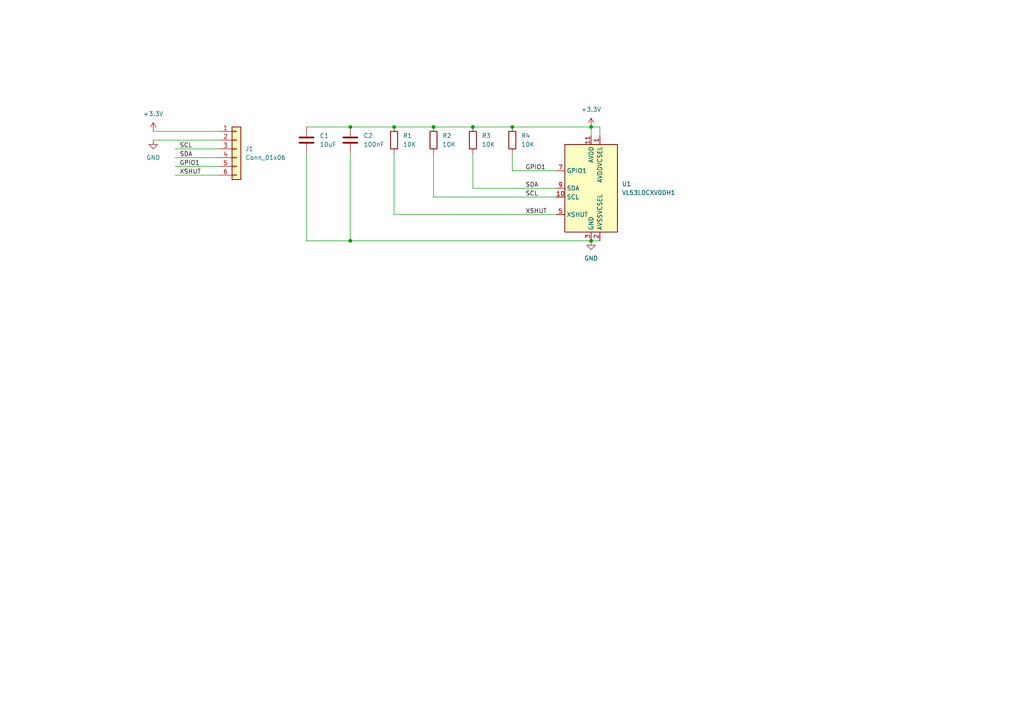
<source format=kicad_sch>
(kicad_sch
	(version 20250114)
	(generator "eeschema")
	(generator_version "9.0")
	(uuid "08785568-b23c-4989-b6ef-996c48757279")
	(paper "A4")
	(lib_symbols
		(symbol "Connector_Generic:Conn_01x06"
			(pin_names
				(offset 1.016)
				(hide yes)
			)
			(exclude_from_sim no)
			(in_bom yes)
			(on_board yes)
			(property "Reference" "J"
				(at 0 7.62 0)
				(effects
					(font
						(size 1.27 1.27)
					)
				)
			)
			(property "Value" "Conn_01x06"
				(at 0 -10.16 0)
				(effects
					(font
						(size 1.27 1.27)
					)
				)
			)
			(property "Footprint" ""
				(at 0 0 0)
				(effects
					(font
						(size 1.27 1.27)
					)
					(hide yes)
				)
			)
			(property "Datasheet" "~"
				(at 0 0 0)
				(effects
					(font
						(size 1.27 1.27)
					)
					(hide yes)
				)
			)
			(property "Description" "Generic connector, single row, 01x06, script generated (kicad-library-utils/schlib/autogen/connector/)"
				(at 0 0 0)
				(effects
					(font
						(size 1.27 1.27)
					)
					(hide yes)
				)
			)
			(property "ki_keywords" "connector"
				(at 0 0 0)
				(effects
					(font
						(size 1.27 1.27)
					)
					(hide yes)
				)
			)
			(property "ki_fp_filters" "Connector*:*_1x??_*"
				(at 0 0 0)
				(effects
					(font
						(size 1.27 1.27)
					)
					(hide yes)
				)
			)
			(symbol "Conn_01x06_1_1"
				(rectangle
					(start -1.27 6.35)
					(end 1.27 -8.89)
					(stroke
						(width 0.254)
						(type default)
					)
					(fill
						(type background)
					)
				)
				(rectangle
					(start -1.27 5.207)
					(end 0 4.953)
					(stroke
						(width 0.1524)
						(type default)
					)
					(fill
						(type none)
					)
				)
				(rectangle
					(start -1.27 2.667)
					(end 0 2.413)
					(stroke
						(width 0.1524)
						(type default)
					)
					(fill
						(type none)
					)
				)
				(rectangle
					(start -1.27 0.127)
					(end 0 -0.127)
					(stroke
						(width 0.1524)
						(type default)
					)
					(fill
						(type none)
					)
				)
				(rectangle
					(start -1.27 -2.413)
					(end 0 -2.667)
					(stroke
						(width 0.1524)
						(type default)
					)
					(fill
						(type none)
					)
				)
				(rectangle
					(start -1.27 -4.953)
					(end 0 -5.207)
					(stroke
						(width 0.1524)
						(type default)
					)
					(fill
						(type none)
					)
				)
				(rectangle
					(start -1.27 -7.493)
					(end 0 -7.747)
					(stroke
						(width 0.1524)
						(type default)
					)
					(fill
						(type none)
					)
				)
				(pin passive line
					(at -5.08 5.08 0)
					(length 3.81)
					(name "Pin_1"
						(effects
							(font
								(size 1.27 1.27)
							)
						)
					)
					(number "1"
						(effects
							(font
								(size 1.27 1.27)
							)
						)
					)
				)
				(pin passive line
					(at -5.08 2.54 0)
					(length 3.81)
					(name "Pin_2"
						(effects
							(font
								(size 1.27 1.27)
							)
						)
					)
					(number "2"
						(effects
							(font
								(size 1.27 1.27)
							)
						)
					)
				)
				(pin passive line
					(at -5.08 0 0)
					(length 3.81)
					(name "Pin_3"
						(effects
							(font
								(size 1.27 1.27)
							)
						)
					)
					(number "3"
						(effects
							(font
								(size 1.27 1.27)
							)
						)
					)
				)
				(pin passive line
					(at -5.08 -2.54 0)
					(length 3.81)
					(name "Pin_4"
						(effects
							(font
								(size 1.27 1.27)
							)
						)
					)
					(number "4"
						(effects
							(font
								(size 1.27 1.27)
							)
						)
					)
				)
				(pin passive line
					(at -5.08 -5.08 0)
					(length 3.81)
					(name "Pin_5"
						(effects
							(font
								(size 1.27 1.27)
							)
						)
					)
					(number "5"
						(effects
							(font
								(size 1.27 1.27)
							)
						)
					)
				)
				(pin passive line
					(at -5.08 -7.62 0)
					(length 3.81)
					(name "Pin_6"
						(effects
							(font
								(size 1.27 1.27)
							)
						)
					)
					(number "6"
						(effects
							(font
								(size 1.27 1.27)
							)
						)
					)
				)
			)
			(embedded_fonts no)
		)
		(symbol "PCM_Capacitor_AKL:C_1206"
			(pin_numbers
				(hide yes)
			)
			(pin_names
				(offset 0.254)
			)
			(exclude_from_sim no)
			(in_bom yes)
			(on_board yes)
			(property "Reference" "C"
				(at 0.635 2.54 0)
				(effects
					(font
						(size 1.27 1.27)
					)
					(justify left)
				)
			)
			(property "Value" "C_1206"
				(at 0.635 -2.54 0)
				(effects
					(font
						(size 1.27 1.27)
					)
					(justify left)
				)
			)
			(property "Footprint" "PCM_Capacitor_SMD_AKL:C_1206_3216Metric"
				(at 0.9652 -3.81 0)
				(effects
					(font
						(size 1.27 1.27)
					)
					(hide yes)
				)
			)
			(property "Datasheet" "~"
				(at 0 0 0)
				(effects
					(font
						(size 1.27 1.27)
					)
					(hide yes)
				)
			)
			(property "Description" "SMD 1206 MLCC capacitor, Alternate KiCad Library"
				(at 0 0 0)
				(effects
					(font
						(size 1.27 1.27)
					)
					(hide yes)
				)
			)
			(property "ki_keywords" "cap capacitor ceramic chip mlcc smd 1206"
				(at 0 0 0)
				(effects
					(font
						(size 1.27 1.27)
					)
					(hide yes)
				)
			)
			(property "ki_fp_filters" "C_*"
				(at 0 0 0)
				(effects
					(font
						(size 1.27 1.27)
					)
					(hide yes)
				)
			)
			(symbol "C_1206_0_1"
				(polyline
					(pts
						(xy -2.032 0.762) (xy 2.032 0.762)
					)
					(stroke
						(width 0.508)
						(type default)
					)
					(fill
						(type none)
					)
				)
				(polyline
					(pts
						(xy -2.032 -0.762) (xy 2.032 -0.762)
					)
					(stroke
						(width 0.508)
						(type default)
					)
					(fill
						(type none)
					)
				)
			)
			(symbol "C_1206_0_2"
				(polyline
					(pts
						(xy -2.54 -2.54) (xy -0.381 -0.381)
					)
					(stroke
						(width 0)
						(type default)
					)
					(fill
						(type none)
					)
				)
				(polyline
					(pts
						(xy -0.508 -0.508) (xy -1.651 0.635)
					)
					(stroke
						(width 0.508)
						(type default)
					)
					(fill
						(type none)
					)
				)
				(polyline
					(pts
						(xy -0.508 -0.508) (xy 0.635 -1.651)
					)
					(stroke
						(width 0.508)
						(type default)
					)
					(fill
						(type none)
					)
				)
				(polyline
					(pts
						(xy 0.381 0.381) (xy 2.54 2.54)
					)
					(stroke
						(width 0)
						(type default)
					)
					(fill
						(type none)
					)
				)
				(polyline
					(pts
						(xy 0.508 0.508) (xy -0.635 1.651)
					)
					(stroke
						(width 0.508)
						(type default)
					)
					(fill
						(type none)
					)
				)
				(polyline
					(pts
						(xy 0.508 0.508) (xy 1.651 -0.635)
					)
					(stroke
						(width 0.508)
						(type default)
					)
					(fill
						(type none)
					)
				)
			)
			(symbol "C_1206_1_1"
				(pin passive line
					(at 0 3.81 270)
					(length 2.794)
					(name "~"
						(effects
							(font
								(size 1.27 1.27)
							)
						)
					)
					(number "1"
						(effects
							(font
								(size 1.27 1.27)
							)
						)
					)
				)
				(pin passive line
					(at 0 -3.81 90)
					(length 2.794)
					(name "~"
						(effects
							(font
								(size 1.27 1.27)
							)
						)
					)
					(number "2"
						(effects
							(font
								(size 1.27 1.27)
							)
						)
					)
				)
			)
			(symbol "C_1206_1_2"
				(pin passive line
					(at -2.54 -2.54 90)
					(length 0)
					(name "~"
						(effects
							(font
								(size 1.27 1.27)
							)
						)
					)
					(number "2"
						(effects
							(font
								(size 1.27 1.27)
							)
						)
					)
				)
				(pin passive line
					(at 2.54 2.54 270)
					(length 0)
					(name "~"
						(effects
							(font
								(size 1.27 1.27)
							)
						)
					)
					(number "1"
						(effects
							(font
								(size 1.27 1.27)
							)
						)
					)
				)
			)
			(embedded_fonts no)
		)
		(symbol "PCM_Resistor_AKL:R_1206"
			(pin_numbers
				(hide yes)
			)
			(pin_names
				(offset 0)
			)
			(exclude_from_sim no)
			(in_bom yes)
			(on_board yes)
			(property "Reference" "R"
				(at 2.54 1.27 0)
				(effects
					(font
						(size 1.27 1.27)
					)
					(justify left)
				)
			)
			(property "Value" "R_1206"
				(at 2.54 -1.27 0)
				(effects
					(font
						(size 1.27 1.27)
					)
					(justify left)
				)
			)
			(property "Footprint" "PCM_Resistor_SMD_AKL:R_1206_3216Metric"
				(at 0 -11.43 0)
				(effects
					(font
						(size 1.27 1.27)
					)
					(hide yes)
				)
			)
			(property "Datasheet" "~"
				(at 0 0 0)
				(effects
					(font
						(size 1.27 1.27)
					)
					(hide yes)
				)
			)
			(property "Description" "SMD 1206 Chip Resistor, European Symbol, Alternate KiCad Library"
				(at 0 0 0)
				(effects
					(font
						(size 1.27 1.27)
					)
					(hide yes)
				)
			)
			(property "ki_keywords" "R res resistor eu  smd 1206"
				(at 0 0 0)
				(effects
					(font
						(size 1.27 1.27)
					)
					(hide yes)
				)
			)
			(property "ki_fp_filters" "R_*"
				(at 0 0 0)
				(effects
					(font
						(size 1.27 1.27)
					)
					(hide yes)
				)
			)
			(symbol "R_1206_0_1"
				(rectangle
					(start -1.016 2.54)
					(end 1.016 -2.54)
					(stroke
						(width 0.254)
						(type default)
					)
					(fill
						(type none)
					)
				)
			)
			(symbol "R_1206_0_2"
				(polyline
					(pts
						(xy -2.54 -2.54) (xy -1.524 -1.524)
					)
					(stroke
						(width 0)
						(type default)
					)
					(fill
						(type none)
					)
				)
				(polyline
					(pts
						(xy 1.524 1.524) (xy 2.54 2.54)
					)
					(stroke
						(width 0)
						(type default)
					)
					(fill
						(type none)
					)
				)
				(polyline
					(pts
						(xy 1.524 1.524) (xy 0.889 2.159) (xy -2.159 -0.889) (xy -0.889 -2.159) (xy 2.159 0.889) (xy 1.524 1.524)
					)
					(stroke
						(width 0.254)
						(type default)
					)
					(fill
						(type none)
					)
				)
			)
			(symbol "R_1206_1_1"
				(pin passive line
					(at 0 3.81 270)
					(length 1.27)
					(name "~"
						(effects
							(font
								(size 1.27 1.27)
							)
						)
					)
					(number "1"
						(effects
							(font
								(size 1.27 1.27)
							)
						)
					)
				)
				(pin passive line
					(at 0 -3.81 90)
					(length 1.27)
					(name "~"
						(effects
							(font
								(size 1.27 1.27)
							)
						)
					)
					(number "2"
						(effects
							(font
								(size 1.27 1.27)
							)
						)
					)
				)
			)
			(symbol "R_1206_1_2"
				(pin passive line
					(at -2.54 -2.54 0)
					(length 0)
					(name ""
						(effects
							(font
								(size 1.27 1.27)
							)
						)
					)
					(number "2"
						(effects
							(font
								(size 1.27 1.27)
							)
						)
					)
				)
				(pin passive line
					(at 2.54 2.54 180)
					(length 0)
					(name ""
						(effects
							(font
								(size 1.27 1.27)
							)
						)
					)
					(number "1"
						(effects
							(font
								(size 1.27 1.27)
							)
						)
					)
				)
			)
			(embedded_fonts no)
		)
		(symbol "Sensor_Distance:VL53L0CXV0DH1"
			(exclude_from_sim no)
			(in_bom yes)
			(on_board yes)
			(property "Reference" "U"
				(at -6.35 13.97 0)
				(effects
					(font
						(size 1.27 1.27)
					)
				)
			)
			(property "Value" "VL53L0CXV0DH1"
				(at 12.065 13.97 0)
				(effects
					(font
						(size 1.27 1.27)
					)
				)
			)
			(property "Footprint" "Sensor_Distance:ST_VL53L1x"
				(at 17.145 -13.97 0)
				(effects
					(font
						(size 1.27 1.27)
					)
					(hide yes)
				)
			)
			(property "Datasheet" "https://www.st.com/resource/en/datasheet/vl53l0x.pdf"
				(at 2.54 0 0)
				(effects
					(font
						(size 1.27 1.27)
					)
					(hide yes)
				)
			)
			(property "Description" "2m distance ranging ToF sensor, Optical LGA12"
				(at 0 0 0)
				(effects
					(font
						(size 1.27 1.27)
					)
					(hide yes)
				)
			)
			(property "ki_keywords" "VL53L0x ToF"
				(at 0 0 0)
				(effects
					(font
						(size 1.27 1.27)
					)
					(hide yes)
				)
			)
			(property "ki_fp_filters" "ST*VL53L1x*"
				(at 0 0 0)
				(effects
					(font
						(size 1.27 1.27)
					)
					(hide yes)
				)
			)
			(symbol "VL53L0CXV0DH1_0_1"
				(rectangle
					(start -7.62 12.7)
					(end 7.62 -12.7)
					(stroke
						(width 0.254)
						(type default)
					)
					(fill
						(type background)
					)
				)
			)
			(symbol "VL53L0CXV0DH1_1_1"
				(pin open_collector line
					(at -10.16 5.08 0)
					(length 2.54)
					(name "GPIO1"
						(effects
							(font
								(size 1.27 1.27)
							)
						)
					)
					(number "7"
						(effects
							(font
								(size 1.27 1.27)
							)
						)
					)
				)
				(pin bidirectional line
					(at -10.16 0 0)
					(length 2.54)
					(name "SDA"
						(effects
							(font
								(size 1.27 1.27)
							)
						)
					)
					(number "9"
						(effects
							(font
								(size 1.27 1.27)
							)
						)
					)
				)
				(pin input line
					(at -10.16 -2.54 0)
					(length 2.54)
					(name "SCL"
						(effects
							(font
								(size 1.27 1.27)
							)
						)
					)
					(number "10"
						(effects
							(font
								(size 1.27 1.27)
							)
						)
					)
				)
				(pin input line
					(at -10.16 -7.62 0)
					(length 2.54)
					(name "XSHUT"
						(effects
							(font
								(size 1.27 1.27)
							)
						)
					)
					(number "5"
						(effects
							(font
								(size 1.27 1.27)
							)
						)
					)
				)
				(pin no_connect line
					(at -7.62 7.62 0)
					(length 2.54)
					(hide yes)
					(name "DNC"
						(effects
							(font
								(size 1.27 1.27)
							)
						)
					)
					(number "8"
						(effects
							(font
								(size 1.27 1.27)
							)
						)
					)
				)
				(pin power_in line
					(at 0 15.24 270)
					(length 2.54)
					(name "AVDD"
						(effects
							(font
								(size 1.27 1.27)
							)
						)
					)
					(number "11"
						(effects
							(font
								(size 1.27 1.27)
							)
						)
					)
				)
				(pin passive line
					(at 0 -15.24 90)
					(length 2.54)
					(hide yes)
					(name "GND"
						(effects
							(font
								(size 1.27 1.27)
							)
						)
					)
					(number "12"
						(effects
							(font
								(size 1.27 1.27)
							)
						)
					)
				)
				(pin power_in line
					(at 0 -15.24 90)
					(length 2.54)
					(name "GND"
						(effects
							(font
								(size 1.27 1.27)
							)
						)
					)
					(number "3"
						(effects
							(font
								(size 1.27 1.27)
							)
						)
					)
				)
				(pin passive line
					(at 0 -15.24 90)
					(length 2.54)
					(hide yes)
					(name "GND"
						(effects
							(font
								(size 1.27 1.27)
							)
						)
					)
					(number "4"
						(effects
							(font
								(size 1.27 1.27)
							)
						)
					)
				)
				(pin passive line
					(at 0 -15.24 90)
					(length 2.54)
					(hide yes)
					(name "GND"
						(effects
							(font
								(size 1.27 1.27)
							)
						)
					)
					(number "6"
						(effects
							(font
								(size 1.27 1.27)
							)
						)
					)
				)
				(pin power_in line
					(at 2.54 15.24 270)
					(length 2.54)
					(name "AVDDVCSEL"
						(effects
							(font
								(size 1.27 1.27)
							)
						)
					)
					(number "1"
						(effects
							(font
								(size 1.27 1.27)
							)
						)
					)
				)
				(pin power_in line
					(at 2.54 -15.24 90)
					(length 2.54)
					(name "AVSSVCSEL"
						(effects
							(font
								(size 1.27 1.27)
							)
						)
					)
					(number "2"
						(effects
							(font
								(size 1.27 1.27)
							)
						)
					)
				)
			)
			(embedded_fonts no)
		)
		(symbol "power:+3.3V"
			(power)
			(pin_numbers
				(hide yes)
			)
			(pin_names
				(offset 0)
				(hide yes)
			)
			(exclude_from_sim no)
			(in_bom yes)
			(on_board yes)
			(property "Reference" "#PWR"
				(at 0 -3.81 0)
				(effects
					(font
						(size 1.27 1.27)
					)
					(hide yes)
				)
			)
			(property "Value" "+3.3V"
				(at 0 3.556 0)
				(effects
					(font
						(size 1.27 1.27)
					)
				)
			)
			(property "Footprint" ""
				(at 0 0 0)
				(effects
					(font
						(size 1.27 1.27)
					)
					(hide yes)
				)
			)
			(property "Datasheet" ""
				(at 0 0 0)
				(effects
					(font
						(size 1.27 1.27)
					)
					(hide yes)
				)
			)
			(property "Description" "Power symbol creates a global label with name \"+3.3V\""
				(at 0 0 0)
				(effects
					(font
						(size 1.27 1.27)
					)
					(hide yes)
				)
			)
			(property "ki_keywords" "global power"
				(at 0 0 0)
				(effects
					(font
						(size 1.27 1.27)
					)
					(hide yes)
				)
			)
			(symbol "+3.3V_0_1"
				(polyline
					(pts
						(xy -0.762 1.27) (xy 0 2.54)
					)
					(stroke
						(width 0)
						(type default)
					)
					(fill
						(type none)
					)
				)
				(polyline
					(pts
						(xy 0 2.54) (xy 0.762 1.27)
					)
					(stroke
						(width 0)
						(type default)
					)
					(fill
						(type none)
					)
				)
				(polyline
					(pts
						(xy 0 0) (xy 0 2.54)
					)
					(stroke
						(width 0)
						(type default)
					)
					(fill
						(type none)
					)
				)
			)
			(symbol "+3.3V_1_1"
				(pin power_in line
					(at 0 0 90)
					(length 0)
					(name "~"
						(effects
							(font
								(size 1.27 1.27)
							)
						)
					)
					(number "1"
						(effects
							(font
								(size 1.27 1.27)
							)
						)
					)
				)
			)
			(embedded_fonts no)
		)
		(symbol "power:GND"
			(power)
			(pin_numbers
				(hide yes)
			)
			(pin_names
				(offset 0)
				(hide yes)
			)
			(exclude_from_sim no)
			(in_bom yes)
			(on_board yes)
			(property "Reference" "#PWR"
				(at 0 -6.35 0)
				(effects
					(font
						(size 1.27 1.27)
					)
					(hide yes)
				)
			)
			(property "Value" "GND"
				(at 0 -3.81 0)
				(effects
					(font
						(size 1.27 1.27)
					)
				)
			)
			(property "Footprint" ""
				(at 0 0 0)
				(effects
					(font
						(size 1.27 1.27)
					)
					(hide yes)
				)
			)
			(property "Datasheet" ""
				(at 0 0 0)
				(effects
					(font
						(size 1.27 1.27)
					)
					(hide yes)
				)
			)
			(property "Description" "Power symbol creates a global label with name \"GND\" , ground"
				(at 0 0 0)
				(effects
					(font
						(size 1.27 1.27)
					)
					(hide yes)
				)
			)
			(property "ki_keywords" "global power"
				(at 0 0 0)
				(effects
					(font
						(size 1.27 1.27)
					)
					(hide yes)
				)
			)
			(symbol "GND_0_1"
				(polyline
					(pts
						(xy 0 0) (xy 0 -1.27) (xy 1.27 -1.27) (xy 0 -2.54) (xy -1.27 -1.27) (xy 0 -1.27)
					)
					(stroke
						(width 0)
						(type default)
					)
					(fill
						(type none)
					)
				)
			)
			(symbol "GND_1_1"
				(pin power_in line
					(at 0 0 270)
					(length 0)
					(name "~"
						(effects
							(font
								(size 1.27 1.27)
							)
						)
					)
					(number "1"
						(effects
							(font
								(size 1.27 1.27)
							)
						)
					)
				)
			)
			(embedded_fonts no)
		)
	)
	(junction
		(at 137.16 36.83)
		(diameter 0)
		(color 0 0 0 0)
		(uuid "2040c1ab-1156-43e3-baab-cbb44ae42927")
	)
	(junction
		(at 125.73 36.83)
		(diameter 0)
		(color 0 0 0 0)
		(uuid "4672c0c3-b3ab-4cd4-8c38-b5cfeed899e1")
	)
	(junction
		(at 171.45 36.83)
		(diameter 0)
		(color 0 0 0 0)
		(uuid "516b16c5-a6e8-4339-9fc0-99077fe9c6ad")
	)
	(junction
		(at 101.6 36.83)
		(diameter 0)
		(color 0 0 0 0)
		(uuid "5babfcf0-b8eb-487d-b4a3-d680c963f76a")
	)
	(junction
		(at 171.45 69.85)
		(diameter 0)
		(color 0 0 0 0)
		(uuid "603838fd-39e6-49bf-a136-6470e9ca373f")
	)
	(junction
		(at 114.3 36.83)
		(diameter 0)
		(color 0 0 0 0)
		(uuid "8b2aad89-4e79-4bb5-b06e-95099402470c")
	)
	(junction
		(at 148.59 36.83)
		(diameter 0)
		(color 0 0 0 0)
		(uuid "c878922f-c38b-4bac-991d-d01b9d938257")
	)
	(junction
		(at 101.6 69.85)
		(diameter 0)
		(color 0 0 0 0)
		(uuid "ee0b1603-e554-40ab-a402-cddb9fc1e44c")
	)
	(wire
		(pts
			(xy 125.73 57.15) (xy 125.73 44.45)
		)
		(stroke
			(width 0)
			(type default)
		)
		(uuid "06ed6d9c-61c7-4ea1-8dfa-57573a19a6a3")
	)
	(wire
		(pts
			(xy 148.59 49.53) (xy 161.29 49.53)
		)
		(stroke
			(width 0)
			(type default)
		)
		(uuid "0fc4f6ff-cbbb-4cda-8888-6c8ba39918d4")
	)
	(wire
		(pts
			(xy 173.99 36.83) (xy 173.99 39.37)
		)
		(stroke
			(width 0)
			(type default)
		)
		(uuid "17ee9dce-11c8-4939-800f-993dd5a6fc23")
	)
	(wire
		(pts
			(xy 125.73 36.83) (xy 137.16 36.83)
		)
		(stroke
			(width 0)
			(type default)
		)
		(uuid "1a592d14-03b4-471e-8f05-199fe12850be")
	)
	(wire
		(pts
			(xy 137.16 36.83) (xy 148.59 36.83)
		)
		(stroke
			(width 0)
			(type default)
		)
		(uuid "1baa1ae9-72bb-4758-a472-36f271d5e953")
	)
	(wire
		(pts
			(xy 50.8 45.72) (xy 63.5 45.72)
		)
		(stroke
			(width 0)
			(type default)
		)
		(uuid "1cea213a-394a-435f-a90d-7c8c80d6a4e8")
	)
	(wire
		(pts
			(xy 88.9 44.45) (xy 88.9 69.85)
		)
		(stroke
			(width 0)
			(type default)
		)
		(uuid "28972103-fd9c-4cbd-bee8-9f560895cf84")
	)
	(wire
		(pts
			(xy 171.45 69.85) (xy 173.99 69.85)
		)
		(stroke
			(width 0)
			(type default)
		)
		(uuid "29ce03c1-d050-4a55-8fdb-479b59cdb409")
	)
	(wire
		(pts
			(xy 44.45 38.1) (xy 63.5 38.1)
		)
		(stroke
			(width 0)
			(type default)
		)
		(uuid "2e2963ca-b8ac-4c70-aefa-fb493d95ce9b")
	)
	(wire
		(pts
			(xy 161.29 57.15) (xy 125.73 57.15)
		)
		(stroke
			(width 0)
			(type default)
		)
		(uuid "353f48e2-7e11-4443-8603-4f16a22b72a0")
	)
	(wire
		(pts
			(xy 148.59 44.45) (xy 148.59 49.53)
		)
		(stroke
			(width 0)
			(type default)
		)
		(uuid "3542037e-94da-433d-b558-d428bb8e9d77")
	)
	(wire
		(pts
			(xy 114.3 36.83) (xy 125.73 36.83)
		)
		(stroke
			(width 0)
			(type default)
		)
		(uuid "3b6c9c94-4600-4627-afeb-8fa6d06ac3c5")
	)
	(wire
		(pts
			(xy 88.9 69.85) (xy 101.6 69.85)
		)
		(stroke
			(width 0)
			(type default)
		)
		(uuid "52ddd0f3-b517-48a0-821c-1aac2ff64f18")
	)
	(wire
		(pts
			(xy 171.45 36.83) (xy 171.45 39.37)
		)
		(stroke
			(width 0)
			(type default)
		)
		(uuid "5e3588fc-2c61-4c2c-ae51-791731e4ba79")
	)
	(wire
		(pts
			(xy 101.6 69.85) (xy 171.45 69.85)
		)
		(stroke
			(width 0)
			(type default)
		)
		(uuid "65a6b3dd-d13d-47e9-9bbc-38c6b9924e60")
	)
	(wire
		(pts
			(xy 114.3 62.23) (xy 114.3 44.45)
		)
		(stroke
			(width 0)
			(type default)
		)
		(uuid "66b8dfdd-42e3-46b6-bea3-b8576c2f208f")
	)
	(wire
		(pts
			(xy 88.9 36.83) (xy 101.6 36.83)
		)
		(stroke
			(width 0)
			(type default)
		)
		(uuid "6791e66c-3036-43bc-9409-b67dec6473f9")
	)
	(wire
		(pts
			(xy 137.16 54.61) (xy 137.16 44.45)
		)
		(stroke
			(width 0)
			(type default)
		)
		(uuid "79f5be2f-8ece-4fb7-971b-8e22877134f3")
	)
	(wire
		(pts
			(xy 50.8 48.26) (xy 63.5 48.26)
		)
		(stroke
			(width 0)
			(type default)
		)
		(uuid "80d10d10-5936-495b-b3de-d5c3579d505b")
	)
	(wire
		(pts
			(xy 44.45 40.64) (xy 63.5 40.64)
		)
		(stroke
			(width 0)
			(type default)
		)
		(uuid "9afef15b-6d8b-48c3-a8f0-3e853c4bd2ae")
	)
	(wire
		(pts
			(xy 50.8 43.18) (xy 63.5 43.18)
		)
		(stroke
			(width 0)
			(type default)
		)
		(uuid "a6b67cc1-c2e1-432e-8aa0-3a22febad1fd")
	)
	(wire
		(pts
			(xy 50.8 50.8) (xy 63.5 50.8)
		)
		(stroke
			(width 0)
			(type default)
		)
		(uuid "b3029a09-4b8d-4004-b93a-ad67a92bf88f")
	)
	(wire
		(pts
			(xy 114.3 62.23) (xy 161.29 62.23)
		)
		(stroke
			(width 0)
			(type default)
		)
		(uuid "b7f924a2-8456-4b1e-9e3c-cff14bae0f2e")
	)
	(wire
		(pts
			(xy 148.59 36.83) (xy 171.45 36.83)
		)
		(stroke
			(width 0)
			(type default)
		)
		(uuid "c57e2218-bcef-4871-b37c-2a288210cd6e")
	)
	(wire
		(pts
			(xy 101.6 36.83) (xy 114.3 36.83)
		)
		(stroke
			(width 0)
			(type default)
		)
		(uuid "d2367aeb-4f9b-43ac-96d4-02851edc805d")
	)
	(wire
		(pts
			(xy 161.29 54.61) (xy 137.16 54.61)
		)
		(stroke
			(width 0)
			(type default)
		)
		(uuid "d9451bb0-0405-43e8-bd7f-6fc599540da8")
	)
	(wire
		(pts
			(xy 101.6 44.45) (xy 101.6 69.85)
		)
		(stroke
			(width 0)
			(type default)
		)
		(uuid "e7c266e5-2a1c-4fad-b776-46702b025df7")
	)
	(wire
		(pts
			(xy 171.45 36.83) (xy 173.99 36.83)
		)
		(stroke
			(width 0)
			(type default)
		)
		(uuid "fcd8a5be-64ca-4e40-a491-95ec9a753345")
	)
	(label "SDA"
		(at 52.07 45.72 0)
		(effects
			(font
				(size 1.27 1.27)
			)
			(justify left bottom)
		)
		(uuid "59189c2d-02d1-48ac-8b47-8db22c6359a9")
	)
	(label "XSHUT"
		(at 152.4 62.23 0)
		(effects
			(font
				(size 1.27 1.27)
			)
			(justify left bottom)
		)
		(uuid "79a6fc2a-83f9-45a8-bb08-946bec06e648")
	)
	(label "SDA"
		(at 152.4 54.61 0)
		(effects
			(font
				(size 1.27 1.27)
			)
			(justify left bottom)
		)
		(uuid "865e76ca-b9ed-45ba-a163-6c2ce69ec913")
	)
	(label "GPIO1"
		(at 152.4 49.53 0)
		(effects
			(font
				(size 1.27 1.27)
			)
			(justify left bottom)
		)
		(uuid "a1f93db1-2de7-4a39-af73-990f61342ff9")
	)
	(label "SCL"
		(at 52.07 43.18 0)
		(effects
			(font
				(size 1.27 1.27)
			)
			(justify left bottom)
		)
		(uuid "b55d4f7c-7b5f-4dd6-8955-a461efffd30e")
	)
	(label "XSHUT"
		(at 52.07 50.8 0)
		(effects
			(font
				(size 1.27 1.27)
			)
			(justify left bottom)
		)
		(uuid "c2003c37-e521-4620-b6c4-cfea4e4f9415")
	)
	(label "SCL"
		(at 152.4 57.15 0)
		(effects
			(font
				(size 1.27 1.27)
			)
			(justify left bottom)
		)
		(uuid "cb53e547-cdeb-4b61-b080-cd75441c74b0")
	)
	(label "GPIO1"
		(at 52.07 48.26 0)
		(effects
			(font
				(size 1.27 1.27)
			)
			(justify left bottom)
		)
		(uuid "d067cd0b-4bdf-4e8d-bdea-ce57bd7f5813")
	)
	(symbol
		(lib_id "PCM_Resistor_AKL:R_1206")
		(at 125.73 40.64 0)
		(unit 1)
		(exclude_from_sim no)
		(in_bom yes)
		(on_board yes)
		(dnp no)
		(fields_autoplaced yes)
		(uuid "146eaa51-4b72-485e-b270-5c7ec7c87ac4")
		(property "Reference" "R2"
			(at 128.27 39.3699 0)
			(effects
				(font
					(size 1.27 1.27)
				)
				(justify left)
			)
		)
		(property "Value" "10K"
			(at 128.27 41.9099 0)
			(effects
				(font
					(size 1.27 1.27)
				)
				(justify left)
			)
		)
		(property "Footprint" "PCM_Resistor_SMD_AKL:R_1206_3216Metric"
			(at 125.73 52.07 0)
			(effects
				(font
					(size 1.27 1.27)
				)
				(hide yes)
			)
		)
		(property "Datasheet" "~"
			(at 125.73 40.64 0)
			(effects
				(font
					(size 1.27 1.27)
				)
				(hide yes)
			)
		)
		(property "Description" "SMD 1206 Chip Resistor, European Symbol, Alternate KiCad Library"
			(at 125.73 40.64 0)
			(effects
				(font
					(size 1.27 1.27)
				)
				(hide yes)
			)
		)
		(pin "1"
			(uuid "8c677abd-8f6a-4a78-a228-4bb11c4736e0")
		)
		(pin "2"
			(uuid "bb9dbe52-6ccc-4eb0-b614-ec9c06f5dbc5")
		)
		(instances
			(project "VL53L0X"
				(path "/08785568-b23c-4989-b6ef-996c48757279"
					(reference "R2")
					(unit 1)
				)
			)
		)
	)
	(symbol
		(lib_id "PCM_Capacitor_AKL:C_1206")
		(at 101.6 40.64 0)
		(unit 1)
		(exclude_from_sim no)
		(in_bom yes)
		(on_board yes)
		(dnp no)
		(fields_autoplaced yes)
		(uuid "1c21adae-e023-4473-8583-8019e88d8be1")
		(property "Reference" "C2"
			(at 105.41 39.3699 0)
			(effects
				(font
					(size 1.27 1.27)
				)
				(justify left)
			)
		)
		(property "Value" "100nF"
			(at 105.41 41.9099 0)
			(effects
				(font
					(size 1.27 1.27)
				)
				(justify left)
			)
		)
		(property "Footprint" "PCM_Capacitor_SMD_AKL:C_1206_3216Metric"
			(at 102.5652 44.45 0)
			(effects
				(font
					(size 1.27 1.27)
				)
				(hide yes)
			)
		)
		(property "Datasheet" "~"
			(at 101.6 40.64 0)
			(effects
				(font
					(size 1.27 1.27)
				)
				(hide yes)
			)
		)
		(property "Description" "SMD 1206 MLCC capacitor, Alternate KiCad Library"
			(at 101.6 40.64 0)
			(effects
				(font
					(size 1.27 1.27)
				)
				(hide yes)
			)
		)
		(pin "1"
			(uuid "d913c41a-a156-4469-8882-2ff1cba19f1d")
		)
		(pin "2"
			(uuid "f8b21fae-9108-42ca-bf25-be5363b5e766")
		)
		(instances
			(project ""
				(path "/08785568-b23c-4989-b6ef-996c48757279"
					(reference "C2")
					(unit 1)
				)
			)
		)
	)
	(symbol
		(lib_id "Sensor_Distance:VL53L0CXV0DH1")
		(at 171.45 54.61 0)
		(unit 1)
		(exclude_from_sim no)
		(in_bom yes)
		(on_board yes)
		(dnp no)
		(fields_autoplaced yes)
		(uuid "3125a949-a81e-4942-a786-713f834a8414")
		(property "Reference" "U1"
			(at 180.34 53.3399 0)
			(effects
				(font
					(size 1.27 1.27)
				)
				(justify left)
			)
		)
		(property "Value" "VL53L0CXV0DH1"
			(at 180.34 55.8799 0)
			(effects
				(font
					(size 1.27 1.27)
				)
				(justify left)
			)
		)
		(property "Footprint" "Library:ST_VL53L1x"
			(at 188.595 68.58 0)
			(effects
				(font
					(size 1.27 1.27)
				)
				(hide yes)
			)
		)
		(property "Datasheet" "https://www.st.com/resource/en/datasheet/vl53l0x.pdf"
			(at 173.99 54.61 0)
			(effects
				(font
					(size 1.27 1.27)
				)
				(hide yes)
			)
		)
		(property "Description" "2m distance ranging ToF sensor, Optical LGA12"
			(at 171.45 54.61 0)
			(effects
				(font
					(size 1.27 1.27)
				)
				(hide yes)
			)
		)
		(pin "10"
			(uuid "42134276-c072-41da-8564-3fd7b803b6ba")
		)
		(pin "7"
			(uuid "9b7d12e1-b389-4bff-a6a3-91652e8768b4")
		)
		(pin "9"
			(uuid "3b62e56e-37bb-4f8f-855f-7aa78385022c")
		)
		(pin "11"
			(uuid "6ade8333-867c-4192-a369-e3812a91bbcb")
		)
		(pin "1"
			(uuid "153e7601-9d84-45b1-a9cf-da29d6736daf")
		)
		(pin "2"
			(uuid "8dd92acd-a643-41e8-af91-43a9a29db6b9")
		)
		(pin "12"
			(uuid "de012ea4-223d-4a12-a273-37ef3561dd0b")
		)
		(pin "8"
			(uuid "95cccc0f-61f1-4d9d-acc5-b44aec7171b2")
		)
		(pin "3"
			(uuid "a768810a-12d8-41b4-8e6d-2fd41f7c6741")
		)
		(pin "4"
			(uuid "2a07dda4-ba81-4cd8-934a-fa3437815934")
		)
		(pin "5"
			(uuid "8b0bd62f-12fc-49cb-aaa7-7c9d9f0105c6")
		)
		(pin "6"
			(uuid "f85bf083-332b-40ca-81a0-70cabedaac38")
		)
		(instances
			(project ""
				(path "/08785568-b23c-4989-b6ef-996c48757279"
					(reference "U1")
					(unit 1)
				)
			)
		)
	)
	(symbol
		(lib_id "power:GND")
		(at 171.45 69.85 0)
		(unit 1)
		(exclude_from_sim no)
		(in_bom yes)
		(on_board yes)
		(dnp no)
		(fields_autoplaced yes)
		(uuid "3bca5e6b-abad-4673-8f59-fd3985d7f54e")
		(property "Reference" "#PWR04"
			(at 171.45 76.2 0)
			(effects
				(font
					(size 1.27 1.27)
				)
				(hide yes)
			)
		)
		(property "Value" "GND"
			(at 171.45 74.93 0)
			(effects
				(font
					(size 1.27 1.27)
				)
			)
		)
		(property "Footprint" ""
			(at 171.45 69.85 0)
			(effects
				(font
					(size 1.27 1.27)
				)
				(hide yes)
			)
		)
		(property "Datasheet" ""
			(at 171.45 69.85 0)
			(effects
				(font
					(size 1.27 1.27)
				)
				(hide yes)
			)
		)
		(property "Description" "Power symbol creates a global label with name \"GND\" , ground"
			(at 171.45 69.85 0)
			(effects
				(font
					(size 1.27 1.27)
				)
				(hide yes)
			)
		)
		(pin "1"
			(uuid "41209b72-6042-44c4-be90-017169443d64")
		)
		(instances
			(project "VL53L0X"
				(path "/08785568-b23c-4989-b6ef-996c48757279"
					(reference "#PWR04")
					(unit 1)
				)
			)
		)
	)
	(symbol
		(lib_id "power:+3.3V")
		(at 44.45 38.1 0)
		(unit 1)
		(exclude_from_sim no)
		(in_bom yes)
		(on_board yes)
		(dnp no)
		(fields_autoplaced yes)
		(uuid "50f0e974-aebf-42f0-b56a-0dc7b81e081c")
		(property "Reference" "#PWR01"
			(at 44.45 41.91 0)
			(effects
				(font
					(size 1.27 1.27)
				)
				(hide yes)
			)
		)
		(property "Value" "+3.3V"
			(at 44.45 33.02 0)
			(effects
				(font
					(size 1.27 1.27)
				)
			)
		)
		(property "Footprint" ""
			(at 44.45 38.1 0)
			(effects
				(font
					(size 1.27 1.27)
				)
				(hide yes)
			)
		)
		(property "Datasheet" ""
			(at 44.45 38.1 0)
			(effects
				(font
					(size 1.27 1.27)
				)
				(hide yes)
			)
		)
		(property "Description" "Power symbol creates a global label with name \"+3.3V\""
			(at 44.45 38.1 0)
			(effects
				(font
					(size 1.27 1.27)
				)
				(hide yes)
			)
		)
		(pin "1"
			(uuid "f71482af-ba00-443a-8322-a4c537772e3d")
		)
		(instances
			(project ""
				(path "/08785568-b23c-4989-b6ef-996c48757279"
					(reference "#PWR01")
					(unit 1)
				)
			)
		)
	)
	(symbol
		(lib_id "PCM_Resistor_AKL:R_1206")
		(at 148.59 40.64 0)
		(unit 1)
		(exclude_from_sim no)
		(in_bom yes)
		(on_board yes)
		(dnp no)
		(fields_autoplaced yes)
		(uuid "60eb70a7-65ed-489b-9d57-06c00e98b97d")
		(property "Reference" "R4"
			(at 151.13 39.3699 0)
			(effects
				(font
					(size 1.27 1.27)
				)
				(justify left)
			)
		)
		(property "Value" "10K"
			(at 151.13 41.9099 0)
			(effects
				(font
					(size 1.27 1.27)
				)
				(justify left)
			)
		)
		(property "Footprint" "PCM_Resistor_SMD_AKL:R_1206_3216Metric"
			(at 148.59 52.07 0)
			(effects
				(font
					(size 1.27 1.27)
				)
				(hide yes)
			)
		)
		(property "Datasheet" "~"
			(at 148.59 40.64 0)
			(effects
				(font
					(size 1.27 1.27)
				)
				(hide yes)
			)
		)
		(property "Description" "SMD 1206 Chip Resistor, European Symbol, Alternate KiCad Library"
			(at 148.59 40.64 0)
			(effects
				(font
					(size 1.27 1.27)
				)
				(hide yes)
			)
		)
		(pin "1"
			(uuid "7fbfe37c-cd93-4fbd-953d-c44e5b3d8601")
		)
		(pin "2"
			(uuid "47fe50ae-3152-400b-b144-537745eaf459")
		)
		(instances
			(project "VL53L0X"
				(path "/08785568-b23c-4989-b6ef-996c48757279"
					(reference "R4")
					(unit 1)
				)
			)
		)
	)
	(symbol
		(lib_id "PCM_Resistor_AKL:R_1206")
		(at 137.16 40.64 0)
		(unit 1)
		(exclude_from_sim no)
		(in_bom yes)
		(on_board yes)
		(dnp no)
		(fields_autoplaced yes)
		(uuid "9d246912-387f-4f07-b9b1-738ba89183b1")
		(property "Reference" "R3"
			(at 139.7 39.3699 0)
			(effects
				(font
					(size 1.27 1.27)
				)
				(justify left)
			)
		)
		(property "Value" "10K"
			(at 139.7 41.9099 0)
			(effects
				(font
					(size 1.27 1.27)
				)
				(justify left)
			)
		)
		(property "Footprint" "PCM_Resistor_SMD_AKL:R_1206_3216Metric"
			(at 137.16 52.07 0)
			(effects
				(font
					(size 1.27 1.27)
				)
				(hide yes)
			)
		)
		(property "Datasheet" "~"
			(at 137.16 40.64 0)
			(effects
				(font
					(size 1.27 1.27)
				)
				(hide yes)
			)
		)
		(property "Description" "SMD 1206 Chip Resistor, European Symbol, Alternate KiCad Library"
			(at 137.16 40.64 0)
			(effects
				(font
					(size 1.27 1.27)
				)
				(hide yes)
			)
		)
		(pin "1"
			(uuid "bce69f93-4f0b-43e7-9526-69dcb8b2e549")
		)
		(pin "2"
			(uuid "4955cf43-f0ed-4ac2-b850-c798a8b93b69")
		)
		(instances
			(project "VL53L0X"
				(path "/08785568-b23c-4989-b6ef-996c48757279"
					(reference "R3")
					(unit 1)
				)
			)
		)
	)
	(symbol
		(lib_id "PCM_Capacitor_AKL:C_1206")
		(at 88.9 40.64 0)
		(unit 1)
		(exclude_from_sim no)
		(in_bom yes)
		(on_board yes)
		(dnp no)
		(fields_autoplaced yes)
		(uuid "b8198d93-b565-4bc0-97fc-9bf1392fa3a6")
		(property "Reference" "C1"
			(at 92.71 39.3699 0)
			(effects
				(font
					(size 1.27 1.27)
				)
				(justify left)
			)
		)
		(property "Value" "10uF"
			(at 92.71 41.9099 0)
			(effects
				(font
					(size 1.27 1.27)
				)
				(justify left)
			)
		)
		(property "Footprint" "PCM_Capacitor_SMD_AKL:C_1206_3216Metric"
			(at 89.8652 44.45 0)
			(effects
				(font
					(size 1.27 1.27)
				)
				(hide yes)
			)
		)
		(property "Datasheet" "~"
			(at 88.9 40.64 0)
			(effects
				(font
					(size 1.27 1.27)
				)
				(hide yes)
			)
		)
		(property "Description" "SMD 1206 MLCC capacitor, Alternate KiCad Library"
			(at 88.9 40.64 0)
			(effects
				(font
					(size 1.27 1.27)
				)
				(hide yes)
			)
		)
		(pin "1"
			(uuid "d0e55236-f704-411c-ae51-7f7f1a62f21f")
		)
		(pin "2"
			(uuid "ae324e90-6bd9-43f4-9d98-8e5ab8a71c9f")
		)
		(instances
			(project "VL53L0X"
				(path "/08785568-b23c-4989-b6ef-996c48757279"
					(reference "C1")
					(unit 1)
				)
			)
		)
	)
	(symbol
		(lib_id "Connector_Generic:Conn_01x06")
		(at 68.58 43.18 0)
		(unit 1)
		(exclude_from_sim no)
		(in_bom yes)
		(on_board yes)
		(dnp no)
		(fields_autoplaced yes)
		(uuid "c9667724-36ec-42c9-8858-a063eb246128")
		(property "Reference" "J1"
			(at 71.12 43.1799 0)
			(effects
				(font
					(size 1.27 1.27)
				)
				(justify left)
			)
		)
		(property "Value" "Conn_01x06"
			(at 71.12 45.7199 0)
			(effects
				(font
					(size 1.27 1.27)
				)
				(justify left)
			)
		)
		(property "Footprint" "Connector_PinHeader_2.54mm:PinHeader_1x06_P2.54mm_Vertical"
			(at 68.58 43.18 0)
			(effects
				(font
					(size 1.27 1.27)
				)
				(hide yes)
			)
		)
		(property "Datasheet" "~"
			(at 68.58 43.18 0)
			(effects
				(font
					(size 1.27 1.27)
				)
				(hide yes)
			)
		)
		(property "Description" "Generic connector, single row, 01x06, script generated (kicad-library-utils/schlib/autogen/connector/)"
			(at 68.58 43.18 0)
			(effects
				(font
					(size 1.27 1.27)
				)
				(hide yes)
			)
		)
		(pin "2"
			(uuid "4d6b9f64-06b4-40ff-bf80-a9c9dc44ea8c")
		)
		(pin "1"
			(uuid "21382668-3ff7-4575-a665-91b401ce7c7a")
		)
		(pin "5"
			(uuid "88167771-1e97-4dc2-9454-a4591dc2fbf4")
		)
		(pin "3"
			(uuid "22a21959-f23e-4386-9f37-0a3827721bbb")
		)
		(pin "4"
			(uuid "a9067c00-84bc-4c0e-ba53-39ef401795af")
		)
		(pin "6"
			(uuid "10feeff6-0c0e-4ad2-aca7-bb0d68e7aa19")
		)
		(instances
			(project ""
				(path "/08785568-b23c-4989-b6ef-996c48757279"
					(reference "J1")
					(unit 1)
				)
			)
		)
	)
	(symbol
		(lib_id "power:GND")
		(at 44.45 40.64 0)
		(unit 1)
		(exclude_from_sim no)
		(in_bom yes)
		(on_board yes)
		(dnp no)
		(fields_autoplaced yes)
		(uuid "d181eaa7-4409-44c6-88fc-a21d4975ca37")
		(property "Reference" "#PWR02"
			(at 44.45 46.99 0)
			(effects
				(font
					(size 1.27 1.27)
				)
				(hide yes)
			)
		)
		(property "Value" "GND"
			(at 44.45 45.72 0)
			(effects
				(font
					(size 1.27 1.27)
				)
			)
		)
		(property "Footprint" ""
			(at 44.45 40.64 0)
			(effects
				(font
					(size 1.27 1.27)
				)
				(hide yes)
			)
		)
		(property "Datasheet" ""
			(at 44.45 40.64 0)
			(effects
				(font
					(size 1.27 1.27)
				)
				(hide yes)
			)
		)
		(property "Description" "Power symbol creates a global label with name \"GND\" , ground"
			(at 44.45 40.64 0)
			(effects
				(font
					(size 1.27 1.27)
				)
				(hide yes)
			)
		)
		(pin "1"
			(uuid "bdb140c1-ee1a-4667-a39b-b032890a7913")
		)
		(instances
			(project ""
				(path "/08785568-b23c-4989-b6ef-996c48757279"
					(reference "#PWR02")
					(unit 1)
				)
			)
		)
	)
	(symbol
		(lib_id "power:+3.3V")
		(at 171.45 36.83 0)
		(unit 1)
		(exclude_from_sim no)
		(in_bom yes)
		(on_board yes)
		(dnp no)
		(fields_autoplaced yes)
		(uuid "d81dbfa9-d0dc-4ea7-adf9-69899afca00f")
		(property "Reference" "#PWR03"
			(at 171.45 40.64 0)
			(effects
				(font
					(size 1.27 1.27)
				)
				(hide yes)
			)
		)
		(property "Value" "+3.3V"
			(at 171.45 31.75 0)
			(effects
				(font
					(size 1.27 1.27)
				)
			)
		)
		(property "Footprint" ""
			(at 171.45 36.83 0)
			(effects
				(font
					(size 1.27 1.27)
				)
				(hide yes)
			)
		)
		(property "Datasheet" ""
			(at 171.45 36.83 0)
			(effects
				(font
					(size 1.27 1.27)
				)
				(hide yes)
			)
		)
		(property "Description" "Power symbol creates a global label with name \"+3.3V\""
			(at 171.45 36.83 0)
			(effects
				(font
					(size 1.27 1.27)
				)
				(hide yes)
			)
		)
		(pin "1"
			(uuid "4d7f97c4-d694-421c-bf9a-99e14d4ed2c2")
		)
		(instances
			(project "VL53L0X"
				(path "/08785568-b23c-4989-b6ef-996c48757279"
					(reference "#PWR03")
					(unit 1)
				)
			)
		)
	)
	(symbol
		(lib_id "PCM_Resistor_AKL:R_1206")
		(at 114.3 40.64 0)
		(unit 1)
		(exclude_from_sim no)
		(in_bom yes)
		(on_board yes)
		(dnp no)
		(fields_autoplaced yes)
		(uuid "f4eafe70-76ca-49fb-bb43-b6090eba6f68")
		(property "Reference" "R1"
			(at 116.84 39.3699 0)
			(effects
				(font
					(size 1.27 1.27)
				)
				(justify left)
			)
		)
		(property "Value" "10K"
			(at 116.84 41.9099 0)
			(effects
				(font
					(size 1.27 1.27)
				)
				(justify left)
			)
		)
		(property "Footprint" "PCM_Resistor_SMD_AKL:R_1206_3216Metric"
			(at 114.3 52.07 0)
			(effects
				(font
					(size 1.27 1.27)
				)
				(hide yes)
			)
		)
		(property "Datasheet" "~"
			(at 114.3 40.64 0)
			(effects
				(font
					(size 1.27 1.27)
				)
				(hide yes)
			)
		)
		(property "Description" "SMD 1206 Chip Resistor, European Symbol, Alternate KiCad Library"
			(at 114.3 40.64 0)
			(effects
				(font
					(size 1.27 1.27)
				)
				(hide yes)
			)
		)
		(pin "1"
			(uuid "3a84e965-9565-48c0-a367-7a988dcfc3e6")
		)
		(pin "2"
			(uuid "ced9fbaf-4b21-4f78-9e77-87664e08283a")
		)
		(instances
			(project "VL53L0X"
				(path "/08785568-b23c-4989-b6ef-996c48757279"
					(reference "R1")
					(unit 1)
				)
			)
		)
	)
	(sheet_instances
		(path "/"
			(page "1")
		)
	)
	(embedded_fonts no)
)

</source>
